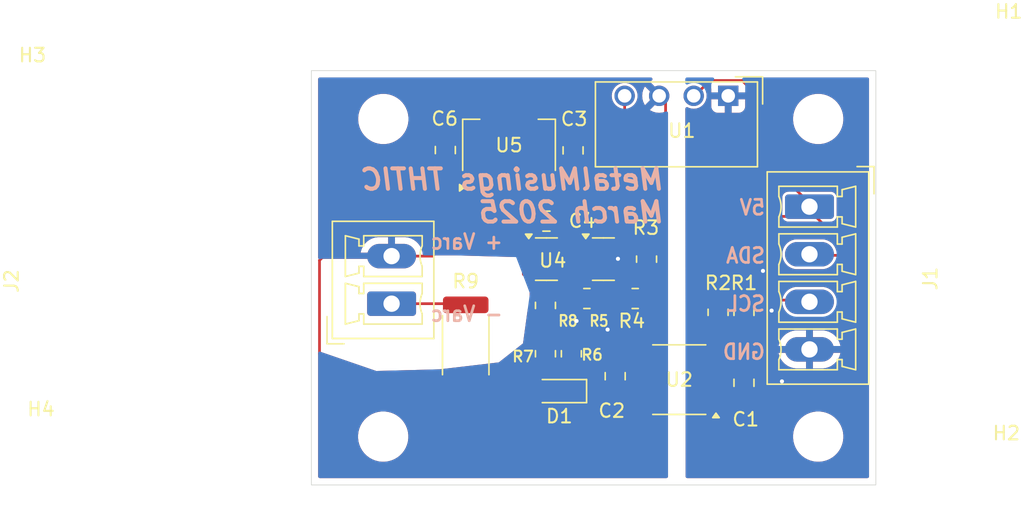
<source format=kicad_pcb>
(kicad_pcb (version 20240108) (generator "pcbnew") (generator_version "8.0")
  (title_block (comment 4 "AISLER Project ID: TCOKWDCI"))
  (layers (0 "F.Cu" signal) (31 "B.Cu" signal) (34 "B.Paste" user) (35 "F.Paste" user) (36 "B.SilkS" user "B.Silkscreen") (37 "F.SilkS" user "F.Silkscreen") (38 "B.Mask" user) (39 "F.Mask" user) (44 "Edge.Cuts" user))
  (net 0 "")
  (net 1 "GND")
  (net 2 "5V")
  (net 3 "GND_ISO")
  (net 4 "Net-(U1-+Vout)")
  (net 5 "VCC_ISO")
  (net 6 "Net-(J1-Pin_2)")
  (net 7 "Net-(J1-Pin_3)")
  (net 8 "Net-(U2-SDA2)")
  (net 9 "Net-(U2-SCL2)")
  (net 10 "Net-(U3-AIN)")
  (net 11 "Net-(J2-Pin_1)")
  (net 12 "Net-(R5-Pad2)")
  (net 13 "Net-(U4--)")
  (net 14 "Net-(D1-A)")
  (footprint "Package_TO_SOT_SMD:SOT-23-5" (layer "F.Cu") (at 176.221 97.9405)
    (property "Reference" "U3" (hide yes))
    (property "Value" "MCP3221")
    (fp_line (start 0 -1.56) (end -0.8 -1.56) (stroke (width 0.12)) (layer "F.SilkS"))
    (fp_line (start 0 -1.56) (end 0.8 -1.56) (stroke (width 0.12)) (layer "F.SilkS"))
    (fp_line (start 0 1.56) (end -0.8 1.56) (stroke (width 0.12)) (layer "F.SilkS"))
    (fp_line (start 0 1.56) (end 0.8 1.56) (stroke (width 0.12)) (layer "F.SilkS"))
    (fp_poly (pts (xy -1.3 -1.51) (xy -1.54 -1.84) (xy -1.06 -1.84) (xy -1.3 -1.51)) (stroke (width 0.12)) (fill solid) (layer "F.SilkS"))
    (pad "1" smd roundrect (at -1.1375 -0.95) (size 1.325 0.6) (layers "F.Cu" "F.Paste" "F.Mask") (net 5 "VCC_ISO"))
    (pad "2" smd roundrect (at -1.1375 0) (size 1.325 0.6) (layers "F.Cu" "F.Paste" "F.Mask") (net 3 "GND_ISO"))
    (pad "3" smd roundrect (at -1.1375 0.95) (size 1.325 0.6) (layers "F.Cu" "F.Paste" "F.Mask") (net 10 "Net-(U3-AIN)"))
    (pad "4" smd roundrect (at 1.1375 0.95) (size 1.325 0.6) (layers "F.Cu" "F.Paste" "F.Mask") (net 8 "Net-(U2-SDA2)"))
    (pad "5" smd roundrect (at 1.1375 -0.95) (size 1.325 0.6) (layers "F.Cu" "F.Paste" "F.Mask") (net 9 "Net-(U2-SCL2)"))
  )
  (footprint "Package_TO_SOT_SMD:SOT-23-5" (layer "F.Cu") (at 172.03 97.9405)
    (property "Reference" "U4" (at 0.4595 0.1035 0) (layer "F.SilkS"))
    (property "Value" "LMV321")
    (fp_line (start 0 -1.56) (end -0.8 -1.56) (stroke (width 0.12)) (layer "F.SilkS"))
    (fp_line (start 0 -1.56) (end 0.8 -1.56) (stroke (width 0.12)) (layer "F.SilkS"))
    (fp_line (start 0 1.56) (end -0.8 1.56) (stroke (width 0.12)) (layer "F.SilkS"))
    (fp_line (start 0 1.56) (end 0.8 1.56) (stroke (width 0.12)) (layer "F.SilkS"))
    (fp_poly (pts (xy -1.3 -1.51) (xy -1.54 -1.84) (xy -1.06 -1.84) (xy -1.3 -1.51)) (stroke (width 0.12)) (fill solid) (layer "F.SilkS"))
    (pad "1" smd roundrect (at -1.1375 -0.95) (size 1.325 0.6) (layers "F.Cu" "F.Paste" "F.Mask") (net 3 "GND_ISO"))
    (pad "2" smd roundrect (at -1.1375 0) (size 1.325 0.6) (layers "F.Cu" "F.Paste" "F.Mask") (net 3 "GND_ISO"))
    (pad "3" smd roundrect (at -1.1375 0.95) (size 1.325 0.6) (layers "F.Cu" "F.Paste" "F.Mask") (net 13 "Net-(U4--)"))
    (pad "4" smd roundrect (at 1.1375 0.95) (size 1.325 0.6) (layers "F.Cu" "F.Paste" "F.Mask") (net 12 "Net-(R5-Pad2)"))
    (pad "5" smd roundrect (at 1.1375 -0.95) (size 1.325 0.6) (layers "F.Cu" "F.Paste" "F.Mask") (net 5 "VCC_ISO"))
  )
  (footprint "MountingHole:MountingHole_3.2mm_M3" (layer "F.Cu") (at 192.024 87.63)
    (property "Reference" "H1" (at 14.0185 -7.9055 0) (layer "F.SilkS"))
    (property "Value" "MountingHole")
    (pad "" np_thru_hole circle (at 0 0) (size 3.2 3.2) (drill 3.2) (layers "*.Cu" "*.Mask"))
  )
  (footprint "Resistor_SMD:R_0805_2012Metric" (layer "F.Cu") (at 186.563 101.854 -90)
    (property "Reference" "R1" (at -2.159 0 180) (layer "F.SilkS"))
    (property "Value" "2k2")
    (fp_line (start -0.227064 0.735) (end 0.227064 0.735) (stroke (width 0.12)) (layer "F.SilkS"))
    (fp_line (start -0.227064 -0.735) (end 0.227064 -0.735) (stroke (width 0.12)) (layer "F.SilkS"))
    (pad "1" smd roundrect (at -0.9125 0 270) (size 1.025 1.4) (layers "F.Cu" "F.Paste" "F.Mask") (roundrect_rratio 0.243902) (net 2 "5V"))
    (pad "2" smd roundrect (at 0.9125 0 270) (size 1.025 1.4) (layers "F.Cu" "F.Paste" "F.Mask") (roundrect_rratio 0.243902) (net 6 "Net-(J1-Pin_2)"))
  )
  (footprint "Diode_SMD:D_SOD-323_HandSoldering" (layer "F.Cu") (at 172.974 107.649 180)
    (property "Reference" "D1" (at 0 -1.85 180) (layer "F.SilkS"))
    (property "Value" "5.1V Zener")
    (fp_line (start -2.01 0.85) (end 1.25 0.85) (stroke (width 0.12)) (layer "F.SilkS"))
    (fp_line (start -2.01 -0.85) (end 1.25 -0.85) (stroke (width 0.12)) (layer "F.SilkS"))
    (fp_line (start -2.01 -0.85) (end -2.01 0.85) (stroke (width 0.12)) (layer "F.SilkS"))
    (pad "1" smd roundrect (at -1.25 0 180) (size 1 1) (layers "F.Cu" "F.Paste" "F.Mask") (net 3 "GND_ISO"))
    (pad "2" smd roundrect (at 1.25 0 180) (size 1 1) (layers "F.Cu" "F.Paste" "F.Mask") (net 14 "Net-(D1-A)"))
  )
  (footprint "Capacitor_SMD:C_0805_2012Metric" (layer "F.Cu") (at 177.0888 106.553 90)
    (property "Reference" "C2" (at -2.54 -0.254 180) (layer "F.SilkS"))
    (property "Value" "100nF")
    (fp_line (start -0.261252 -0.735) (end 0.261252 -0.735) (stroke (width 0.12)) (layer "F.SilkS"))
    (fp_line (start -0.261252 0.735) (end 0.261252 0.735) (stroke (width 0.12)) (layer "F.SilkS"))
    (pad "1" smd roundrect (at -0.95 0 90) (size 1 1.45) (layers "F.Cu" "F.Paste" "F.Mask") (net 5 "VCC_ISO"))
    (pad "2" smd roundrect (at 0.95 0 90) (size 1 1.45) (layers "F.Cu" "F.Paste" "F.Mask") (net 3 "GND_ISO"))
  )
  (footprint "Capacitor_SMD:C_0805_2012Metric" (layer "F.Cu") (at 172.03 95.1465 180)
    (property "Reference" "C4" (at -2.6185 0.0235 180) (layer "F.SilkS"))
    (property "Value" "100nF")
    (fp_line (start -0.261252 0.735) (end 0.261252 0.735) (stroke (width 0.12)) (layer "F.SilkS"))
    (fp_line (start -0.261252 -0.735) (end 0.261252 -0.735) (stroke (width 0.12)) (layer "F.SilkS"))
    (pad "1" smd roundrect (at -0.95 0 180) (size 1 1.45) (layers "F.Cu" "F.Paste" "F.Mask") (net 5 "VCC_ISO"))
    (pad "2" smd roundrect (at 0.95 0 180) (size 1 1.45) (layers "F.Cu" "F.Paste" "F.Mask") (net 3 "GND_ISO"))
  )
  (footprint "MountingHole:MountingHole_3.2mm_M3" (layer "F.Cu") (at 160.03 87.63)
    (property "Reference" "H3" (at -25.81 -4.694 0) (layer "F.SilkS"))
    (property "Value" "MountingHole")
    (pad "" np_thru_hole circle (at 0 0) (size 3.2 3.2) (drill 3.2) (layers "*.Cu" "*.Mask"))
  )
  (footprint "Resistor_SMD:R_0805_2012Metric" (layer "F.Cu") (at 175.006 100.838 180)
    (property "Reference" "R5" (at -0.889 -1.651 0) (layer "F.SilkS") (effects (font (size 0.8 0.7))))
    (property "Value" "47")
    (fp_line (start -0.227064 0.735) (end 0.227064 0.735) (stroke (width 0.12)) (layer "F.SilkS"))
    (fp_line (start -0.227064 -0.735) (end 0.227064 -0.735) (stroke (width 0.12)) (layer "F.SilkS"))
    (pad "1" smd roundrect (at -0.9125 0 180) (size 1.025 1.4) (layers "F.Cu" "F.Paste" "F.Mask") (roundrect_rratio 0.243902) (net 10 "Net-(U3-AIN)"))
    (pad "2" smd roundrect (at 0.9125 0 180) (size 1.025 1.4) (layers "F.Cu" "F.Paste" "F.Mask") (roundrect_rratio 0.243902) (net 12 "Net-(R5-Pad2)"))
  )
  (footprint "Resistor_SMD:R_0805_2012Metric" (layer "F.Cu") (at 171.958 101.346 -90)
    (property "Reference" "R8" (at 1.143 -1.651 180) (layer "F.SilkS") (effects (font (size 0.8 0.7))))
    (property "Value" "100k")
    (fp_line (start -0.227064 0.735) (end 0.227064 0.735) (stroke (width 0.12)) (layer "F.SilkS"))
    (fp_line (start -0.227064 -0.735) (end 0.227064 -0.735) (stroke (width 0.12)) (layer "F.SilkS"))
    (pad "1" smd roundrect (at -0.9125 0 270) (size 1.025 1.4) (layers "F.Cu" "F.Paste" "F.Mask") (roundrect_rratio 0.243902) (net 12 "Net-(R5-Pad2)"))
    (pad "2" smd roundrect (at 0.9125 0 270) (size 1.025 1.4) (layers "F.Cu" "F.Paste" "F.Mask") (roundrect_rratio 0.243902) (net 13 "Net-(U4--)"))
  )
  (footprint "Resistor_SMD:R_0805_2012Metric" (layer "F.Cu") (at 179.396 97.9405 90)
    (property "Reference" "R3" (at 2.3095 -0.0485 180) (layer "F.SilkS"))
    (property "Value" "2k2")
    (fp_line (start -0.227064 -0.735) (end 0.227064 -0.735) (stroke (width 0.12)) (layer "F.SilkS"))
    (fp_line (start -0.227064 0.735) (end 0.227064 0.735) (stroke (width 0.12)) (layer "F.SilkS"))
    (pad "1" smd roundrect (at -0.9125 0 90) (size 1.025 1.4) (layers "F.Cu" "F.Paste" "F.Mask") (roundrect_rratio 0.243902) (net 5 "VCC_ISO"))
    (pad "2" smd roundrect (at 0.9125 0 90) (size 1.025 1.4) (layers "F.Cu" "F.Paste" "F.Mask") (roundrect_rratio 0.243902) (net 9 "Net-(U2-SCL2)"))
  )
  (footprint "Package_SO:SOIC-8_3.9x4.9mm_P1.27mm" (layer "F.Cu") (at 181.802 106.807 180)
    (property "Reference" "U2" (at 0 0 0) (layer "F.SilkS"))
    (property "Value" "ISO1540")
    (fp_line (start 0 2.56) (end 1.95 2.56) (stroke (width 0.12)) (layer "F.SilkS"))
    (fp_line (start 0 2.56) (end -1.95 2.56) (stroke (width 0.12)) (layer "F.SilkS"))
    (fp_line (start 0 -2.56) (end 1.95 -2.56) (stroke (width 0.12)) (layer "F.SilkS"))
    (fp_line (start 0 -2.56) (end -1.95 -2.56) (stroke (width 0.12)) (layer "F.SilkS"))
    (fp_poly (pts (xy -2.7 -2.465) (xy -2.94 -2.795) (xy -2.46 -2.795) (xy -2.7 -2.465)) (stroke (width 0.12)) (fill solid) (layer "F.SilkS"))
    (pad "1" smd roundrect (at -2.475 -1.905 180) (size 1.95 0.6) (layers "F.Cu" "F.Paste" "F.Mask") (net 2 "5V"))
    (pad "2" smd roundrect (at -2.475 -0.635 180) (size 1.95 0.6) (layers "F.Cu" "F.Paste" "F.Mask") (net 6 "Net-(J1-Pin_2)"))
    (pad "3" smd roundrect (at -2.475 0.635 180) (size 1.95 0.6) (layers "F.Cu" "F.Paste" "F.Mask") (net 7 "Net-(J1-Pin_3)"))
    (pad "4" smd roundrect (at -2.475 1.905 180) (size 1.95 0.6) (layers "F.Cu" "F.Paste" "F.Mask") (net 1 "GND"))
    (pad "5" smd roundrect (at 2.475 1.905 180) (size 1.95 0.6) (layers "F.Cu" "F.Paste" "F.Mask") (net 3 "GND_ISO"))
    (pad "6" smd roundrect (at 2.475 0.635 180) (size 1.95 0.6) (layers "F.Cu" "F.Paste" "F.Mask") (net 9 "Net-(U2-SCL2)"))
    (pad "7" smd roundrect (at 2.475 -0.635 180) (size 1.95 0.6) (layers "F.Cu" "F.Paste" "F.Mask") (net 8 "Net-(U2-SDA2)"))
    (pad "8" smd roundrect (at 2.475 -1.905 180) (size 1.95 0.6) (layers "F.Cu" "F.Paste" "F.Mask") (net 5 "VCC_ISO"))
  )
  (footprint "MountingHole:MountingHole_3.2mm_M3" (layer "F.Cu") (at 160.02 110.998)
    (property "Reference" "H4" (at -25.175 -2.018 0) (layer "F.SilkS"))
    (property "Value" "MountingHole")
    (pad "" np_thru_hole circle (at 0 0) (size 3.2 3.2) (drill 3.2) (layers "*.Cu" "*.Mask"))
  )
  (footprint "Resistor_SMD:R_2512_6332Metric" (layer "F.Cu") (at 166.0915 104.267 -90)
    (property "Reference" "R9" (at -4.699 0 360) (layer "F.SilkS"))
    (property "Value" "100k")
    (fp_line (start -2.177064 1.71) (end 2.177064 1.71) (stroke (width 0.12)) (layer "F.SilkS"))
    (fp_line (start -2.177064 -1.71) (end 2.177064 -1.71) (stroke (width 0.12)) (layer "F.SilkS"))
    (pad "1" smd roundrect (at -2.9625 0 270) (size 1.225 3.35) (layers "F.Cu" "F.Paste" "F.Mask") (roundrect_rratio 0.204082) (net 11 "Net-(J2-Pin_1)"))
    (pad "2" smd roundrect (at 2.9625 0 270) (size 1.225 3.35) (layers "F.Cu" "F.Paste" "F.Mask") (roundrect_rratio 0.204082) (net 14 "Net-(D1-A)"))
  )
  (footprint "Connector_Phoenix_MC:PhoenixContact_MCV_1,5_2-G-3.5_1x02_P3.50mm_Vertical" (layer "F.Cu") (at 160.638 101.219 90)
    (property "Reference" "J2" (at 1.6625 -27.9615 90) (layer "F.SilkS"))
    (property "Value" "Plasma 200V")
    (fp_line (start -2.95 -4.75) (end -0.95 -4.75) (stroke (width 0.12)) (layer "F.SilkS"))
    (fp_line (start 6.06 -4.36) (end -2.56 -4.36) (stroke (width 0.12)) (layer "F.SilkS"))
    (fp_line (start -2.56 -4.36) (end -2.56 3.11) (stroke (width 0.12)) (layer "F.SilkS"))
    (fp_line (start -2.95 -3.5) (end -2.95 -4.75) (stroke (width 0.12)) (layer "F.SilkS"))
    (fp_line (start 5 -3.4) (end 4.75 -2.4) (stroke (width 0.12)) (layer "F.SilkS"))
    (fp_line (start 2 -3.4) (end 5 -3.4) (stroke (width 0.12)) (layer "F.SilkS"))
    (fp_line (start 1.5 -3.4) (end 1.25 -2.4) (stroke (width 0.12)) (layer "F.SilkS"))
    (fp_line (start -1.5 -3.4) (end 1.5 -3.4) (stroke (width 0.12)) (layer "F.SilkS"))
    (fp_line (start 4.75 -2.4) (end 4.25 -2.4) (stroke (width 0.12)) (layer "F.SilkS"))
    (fp_line (start 4.25 -2.4) (end 4.25 -2.05) (stroke (width 0.12)) (layer "F.SilkS"))
    (fp_line (start 2.75 -2.4) (end 2.25 -2.4) (stroke (width 0.12)) (layer "F.SilkS"))
    (fp_line (start 2.25 -2.4) (end 2 -3.4) (stroke (width 0.12)) (layer "F.SilkS"))
    (fp_line (start 1.25 -2.4) (end 0.75 -2.4) (stroke (width 0.12)) (layer "F.SilkS"))
    (fp_line (start 0.75 -2.4) (end 0.75 -2.05) (stroke (width 0.12)) (layer "F.SilkS"))
    (fp_line (start -0.75 -2.4) (end -1.25 -2.4) (stroke (width 0.12)) (layer "F.SilkS"))
    (fp_line (start -1.25 -2.4) (end -1.5 -3.4) (stroke (width 0.12)) (layer "F.SilkS"))
    (fp_line (start 5 -2.05) (end 5 2.25) (stroke (width 0.12)) (layer "F.SilkS"))
    (fp_line (start 4.25 -2.05) (end 5 -2.05) (stroke (width 0.12)) (layer "F.SilkS"))
    (fp_line (start 2.75 -2.05) (end 2.75 -2.4) (stroke (width 0.12)) (layer "F.SilkS"))
    (fp_line (start 2 -2.05) (end 2.75 -2.05) (stroke (width 0.12)) (layer "F.SilkS"))
    (fp_line (start 1.5 -2.05) (end 1.5 2.25) (stroke (width 0.12)) (layer "F.SilkS"))
    (fp_line (start 0.75 -2.05) (end 1.5 -2.05) (stroke (width 0.12)) (layer "F.SilkS"))
    (fp_line (start -0.75 -2.05) (end -0.75 -2.4) (stroke (width 0.12)) (layer "F.SilkS"))
    (fp_line (start -1.5 -2.05) (end -0.75 -2.05) (stroke (width 0.12)) (layer "F.SilkS"))
    (fp_line (start 5 2.25) (end 4.25 2.25) (stroke (width 0.12)) (layer "F.SilkS"))
    (fp_line (start 2.75 2.25) (end 2 2.25) (stroke (width 0.12)) (layer "F.SilkS"))
    (fp_line (start 2 2.25) (end 2 -2.05) (stroke (width 0.12)) (layer "F.SilkS"))
    (fp_line (start 1.5 2.25) (end 0.75 2.25) (stroke (width 0.12)) (layer "F.SilkS"))
    (fp_line (start -0.75 2.25) (end -1.5 2.25) (stroke (width 0.12)) (layer "F.SilkS"))
    (fp_line (start -1.5 2.25) (end -1.5 -2.05) (stroke (width 0.12)) (layer "F.SilkS"))
    (fp_line (start 6.06 3.11) (end 6.06 -4.36) (stroke (width 0.12)) (layer "F.SilkS"))
    (fp_line (start -2.56 3.11) (end 6.06 3.11) (stroke (width 0.12)) (layer "F.SilkS"))
    (fp_arc (start 2.75 2.25) (mid 3.499807 2.09191) (end 4.249647 2.249844) (stroke (width 0.12)) (layer "F.SilkS"))
    (fp_arc (start -0.75 2.25) (mid -0.000193 2.09191) (end 0.749647 2.249844) (stroke (width 0.12)) (layer "F.SilkS"))
    (pad "1" thru_hole roundrect (at 0 0 90) (size 1.8 3.6) (drill 1.2) (layers "*.Cu" "*.Mask") (roundrect_rratio 0.138889) (net 11 "Net-(J2-Pin_1)"))
    (pad "2" thru_hole oval (at 3.5 0 90) (size 1.8 3.6) (drill 1.2) (layers "*.Cu" "*.Mask") (net 3 "GND_ISO"))
  )
  (footprint "Capacitor_SMD:C_0805_2012Metric" (layer "F.Cu") (at 164.592 89.916 -90)
    (property "Reference" "C6" (at -2.3095 0.0485 180) (layer "F.SilkS"))
    (property "Value" "10uF")
    (fp_line (start -0.261252 0.735) (end 0.261252 0.735) (stroke (width 0.12)) (layer "F.SilkS"))
    (fp_line (start -0.261252 -0.735) (end 0.261252 -0.735) (stroke (width 0.12)) (layer "F.SilkS"))
    (pad "1" smd roundrect (at -0.95 0 270) (size 1 1.45) (layers "F.Cu" "F.Paste" "F.Mask") (net 5 "VCC_ISO"))
    (pad "2" smd roundrect (at 0.95 0 270) (size 1 1.45) (layers "F.Cu" "F.Paste" "F.Mask") (net 3 "GND_ISO"))
  )
  (footprint "Capacitor_SMD:C_0805_2012Metric" (layer "F.Cu") (at 186.563 107.0375 90)
    (property "Reference" "C1" (at -2.6905 0.127 180) (layer "F.SilkS"))
    (property "Value" "100nF")
    (fp_line (start -0.261252 -0.735) (end 0.261252 -0.735) (stroke (width 0.12)) (layer "F.SilkS"))
    (fp_line (start -0.261252 0.735) (end 0.261252 0.735) (stroke (width 0.12)) (layer "F.SilkS"))
    (pad "1" smd roundrect (at -0.95 0 90) (size 1 1.45) (layers "F.Cu" "F.Paste" "F.Mask") (net 2 "5V"))
    (pad "2" smd roundrect (at 0.95 0 90) (size 1 1.45) (layers "F.Cu" "F.Paste" "F.Mask") (net 1 "GND"))
  )
  (footprint "Capacitor_SMD:C_0805_2012Metric" (layer "F.Cu") (at 173.99 89.941 90)
    (property "Reference" "C3" (at 2.3095 0.0785 180) (layer "F.SilkS"))
    (property "Value" "10uF")
    (fp_line (start -0.261252 -0.735) (end 0.261252 -0.735) (stroke (width 0.12)) (layer "F.SilkS"))
    (fp_line (start -0.261252 0.735) (end 0.261252 0.735) (stroke (width 0.12)) (layer "F.SilkS"))
    (pad "1" smd roundrect (at -0.95 0 90) (size 1 1.45) (layers "F.Cu" "F.Paste" "F.Mask") (net 4 "Net-(U1-+Vout)"))
    (pad "2" smd roundrect (at 0.95 0 90) (size 1 1.45) (layers "F.Cu" "F.Paste" "F.Mask") (net 3 "GND_ISO"))
  )
  (footprint "MountingHole:MountingHole_3.2mm_M3" (layer "F.Cu") (at 192.024 110.998)
    (property "Reference" "H2" (at 13.843 -0.254 0) (layer "F.SilkS"))
    (property "Value" "MountingHole")
    (pad "" np_thru_hole circle (at 0 0) (size 3.2 3.2) (drill 3.2) (layers "*.Cu" "*.Mask"))
  )
  (footprint "Package_TO_SOT_SMD:SOT-223-3_TabPin2" (layer "F.Cu") (at 169.277 89.56 90)
    (property "Reference" "U5" (at 0 0 0) (layer "F.SilkS"))
    (property "Value" "AMS1117-5")
    (fp_line (start 1.91 -3.41) (end 1.91 -2.15) (stroke (width 0.12)) (layer "F.SilkS"))
    (fp_line (start -1.85 -3.41) (end 1.91 -3.41) (stroke (width 0.12)) (layer "F.SilkS"))
    (fp_line (start 1.91 3.41) (end 1.91 2.15) (stroke (width 0.12)) (layer "F.SilkS"))
    (fp_line (start -1.85 3.41) (end 1.91 3.41) (stroke (width 0.12)) (layer "F.SilkS"))
    (fp_poly (pts (xy -3.13 -3.31) (xy -3.37 -3.64) (xy -2.89 -3.64) (xy -3.13 -3.31)) (stroke (width 0.12)) (fill solid) (layer "F.SilkS"))
    (pad "1" smd roundrect (at -3.15 -2.3 90) (size 2 1.5) (layers "F.Cu" "F.Paste" "F.Mask") (net 3 "GND_ISO"))
    (pad "2" smd roundrect (at -3.15 0 90) (size 2 1.5) (layers "F.Cu" "F.Paste" "F.Mask") (net 5 "VCC_ISO"))
    (pad "2" smd roundrect (at 3.15 0 90) (size 2 3.8) (layers "F.Cu" "F.Paste" "F.Mask") (net 5 "VCC_ISO"))
    (pad "3" smd roundrect (at -3.15 2.3 90) (size 2 1.5) (layers "F.Cu" "F.Paste" "F.Mask") (net 4 "Net-(U1-+Vout)"))
  )
  (footprint "Resistor_SMD:R_0805_2012Metric" (layer "F.Cu") (at 171.958 104.902 90)
    (property "Reference" "R7" (at -0.207 -1.651 180) (layer "F.SilkS") (effects (font (size 0.8 0.8))))
    (property "Value" "2k7")
    (fp_line (start -0.227064 -0.735) (end 0.227064 -0.735) (stroke (width 0.12)) (layer "F.SilkS"))
    (fp_line (start -0.227064 0.735) (end 0.227064 0.735) (stroke (width 0.12)) (layer "F.SilkS"))
    (pad "1" smd roundrect (at -0.9125 0 90) (size 1.025 1.4) (layers "F.Cu" "F.Paste" "F.Mask") (roundrect_rratio 0.243902) (net 14 "Net-(D1-A)"))
    (pad "2" smd roundrect (at 0.9125 0 90) (size 1.025 1.4) (layers "F.Cu" "F.Paste" "F.Mask") (roundrect_rratio 0.243902) (net 3 "GND_ISO"))
  )
  (footprint "Resistor_SMD:R_0805_2012Metric" (layer "F.Cu") (at 178.562 100.838 180)
    (property "Reference" "R4" (at 0.254 -1.651 0) (layer "F.SilkS"))
    (property "Value" "2k2")
    (fp_line (start -0.227064 0.735) (end 0.227064 0.735) (stroke (width 0.12)) (layer "F.SilkS"))
    (fp_line (start -0.227064 -0.735) (end 0.227064 -0.735) (stroke (width 0.12)) (layer "F.SilkS"))
    (pad "1" smd roundrect (at -0.9125 0 180) (size 1.025 1.4) (layers "F.Cu" "F.Paste" "F.Mask") (roundrect_rratio 0.243902) (net 5 "VCC_ISO"))
    (pad "2" smd roundrect (at 0.9125 0 180) (size 1.025 1.4) (layers "F.Cu" "F.Paste" "F.Mask") (roundrect_rratio 0.243902) (net 8 "Net-(U2-SDA2)"))
  )
  (footprint "Converter_DCDC:Converter_DCDC_TRACO_TEA1-xxxx_THT" (layer "F.Cu") (at 185.4045 85.9265 -90)
    (property "Reference" "U1" (at 2.569 3.4135 0) (layer "F.SilkS"))
    (property "Value" "B0509S-1WR3")
    (fp_line (start -1.02 9.77) (end 5.22 9.77) (stroke (width 0.12)) (layer "F.SilkS"))
    (fp_line (start -1.4 -0.53) (end -1.4 -2.53) (stroke (width 0.12)) (layer "F.SilkS"))
    (fp_line (start -1.02 -2.15) (end -1.02 9.77) (stroke (width 0.12)) (layer "F.SilkS"))
    (fp_line (start -1.02 -2.15) (end 5.22 -2.15) (stroke (width 0.12)) (layer "F.SilkS"))
    (fp_line (start 5.22 -2.15) (end 5.22 9.77) (stroke (width 0.12)) (layer "F.SilkS"))
    (fp_line (start -1.4 -2.53) (end 0.6 -2.53) (stroke (width 0.12)) (layer "F.SilkS"))
    (pad "1" thru_hole rect (at 0 0 270) (size 1.5 1.5) (drill 1) (layers "*.Cu" "*.Mask") (net 1 "GND"))
    (pad "2" thru_hole circle (at 0 2.54 270) (size 1.5 1.5) (drill 1) (layers "*.Cu" "*.Mask") (net 2 "5V"))
    (pad "3" thru_hole circle (at 0 5.08 270) (size 1.5 1.5) (drill 1) (layers "*.Cu" "*.Mask") (net 3 "GND_ISO"))
    (pad "4" thru_hole circle (at 0 7.62 270) (size 1.5 1.5) (drill 1) (layers "*.Cu" "*.Mask") (net 4 "Net-(U1-+Vout)"))
  )
  (footprint "Resistor_SMD:R_0805_2012Metric" (layer "F.Cu") (at 184.658 101.854 -90)
    (property "Reference" "R2" (at -2.159 0 180) (layer "F.SilkS"))
    (property "Value" "2k2")
    (fp_line (start -0.227064 0.735) (end 0.227064 0.735) (stroke (width 0.12)) (layer "F.SilkS"))
    (fp_line (start -0.227064 -0.735) (end 0.227064 -0.735) (stroke (width 0.12)) (layer "F.SilkS"))
    (pad "1" smd roundrect (at -0.9125 0 270) (size 1.025 1.4) (layers "F.Cu" "F.Paste" "F.Mask") (roundrect_rratio 0.243902) (net 2 "5V"))
    (pad "2" smd roundrect (at 0.9125 0 270) (size 1.025 1.4) (layers "F.Cu" "F.Paste" "F.Mask") (roundrect_rratio 0.243902) (net 7 "Net-(J1-Pin_3)"))
  )
  (footprint "Connector_Phoenix_MC:PhoenixContact_MCV_1,5_4-G-3.5_1x04_P3.50mm_Vertical" (layer "F.Cu") (at 191.3815 94.0815 -90)
    (property "Reference" "J1" (at 5.293 -8.89 90) (layer "F.SilkS"))
    (property "Value" "Conn_01x04_Pin")
    (fp_line (start -2.56 3.11) (end 13.06 3.11) (stroke (width 0.12)) (layer "F.SilkS"))
    (fp_line (start 13.06 3.11) (end 13.06 -4.36) (stroke (width 0.12)) (layer "F.SilkS"))
    (fp_line (start -1.5 2.25) (end -1.5 -2.05) (stroke (width 0.12)) (layer "F.SilkS"))
    (fp_line (start -0.75 2.25) (end -1.5 2.25) (stroke (width 0.12)) (layer "F.SilkS"))
    (fp_line (start 1.5 2.25) (end 0.75 2.25) (stroke (width 0.12)) (layer "F.SilkS"))
    (fp_line (start 2 2.25) (end 2 -2.05) (stroke (width 0.12)) (layer "F.SilkS"))
    (fp_line (start 2.75 2.25) (end 2 2.25) (stroke (width 0.12)) (layer "F.SilkS"))
    (fp_line (start 5 2.25) (end 4.25 2.25) (stroke (width 0.12)) (layer "F.SilkS"))
    (fp_line (start 5.5 2.25) (end 5.5 -2.05) (stroke (width 0.12)) (layer "F.SilkS"))
    (fp_line (start 6.25 2.25) (end 5.5 2.25) (stroke (width 0.12)) (layer "F.SilkS"))
    (fp_line (start 8.5 2.25) (end 7.75 2.25) (stroke (width 0.12)) (layer "F.SilkS"))
    (fp_line (start 9 2.25) (end 9 -2.05) (stroke (width 0.12)) (layer "F.SilkS"))
    (fp_line (start 9.75 2.25) (end 9 2.25) (stroke (width 0.12)) (layer "F.SilkS"))
    (fp_line (start 12 2.25) (end 11.25 2.25) (stroke (width 0.12)) (layer "F.SilkS"))
    (fp_line (start -1.5 -2.05) (end -0.75 -2.05) (stroke (width 0.12)) (layer "F.SilkS"))
    (fp_line (start -0.75 -2.05) (end -0.75 -2.4) (stroke (width 0.12)) (layer "F.SilkS"))
    (fp_line (start 0.75 -2.05) (end 1.5 -2.05) (stroke (width 0.12)) (layer "F.SilkS"))
    (fp_line (start 1.5 -2.05) (end 1.5 2.25) (stroke (width 0.12)) (layer "F.SilkS"))
    (fp_line (start 2 -2.05) (end 2.75 -2.05) (stroke (width 0.12)) (layer "F.SilkS"))
    (fp_line (start 2.75 -2.05) (end 2.75 -2.4) (stroke (width 0.12)) (layer "F.SilkS"))
    (fp_line (start 4.25 -2.05) (end 5 -2.05) (stroke (width 0.12)) (layer "F.SilkS"))
    (fp_line (start 5 -2.05) (end 5 2.25) (stroke (width 0.12)) (layer "F.SilkS"))
    (fp_line (start 5.5 -2.05) (end 6.25 -2.05) (stroke (width 0.12)) (layer "F.SilkS"))
    (fp_line (start 6.25 -2.05) (end 6.25 -2.4) (stroke (width 0.12)) (layer "F.SilkS"))
    (fp_line (start 7.75 -2.05) (end 8.5 -2.05) (stroke (width 0.12)) (layer "F.SilkS"))
    (fp_line (start 8.5 -2.05) (end 8.5 2.25) (stroke (width 0.12)) (layer "F.SilkS"))
    (fp_line (start 9 -2.05) (end 9.75 -2.05) (stroke (width 0.12)) (layer "F.SilkS"))
    (fp_line (start 9.75 -2.05) (end 9.75 -2.4) (stroke (width 0.12)) (layer "F.SilkS"))
    (fp_line (start 11.25 -2.05) (end 12 -2.05) (stroke (width 0.12)) (layer "F.SilkS"))
    (fp_line (start 12 -2.05) (end 12 2.25) (stroke (width 0.12)) (layer "F.SilkS"))
    (fp_line (start -1.25 -2.4) (end -1.5 -3.4) (stroke (width 0.12)) (layer "F.SilkS"))
    (fp_line (start -0.75 -2.4) (end -1.25 -2.4) (stroke (width 0.12)) (layer "F.SilkS"))
    (fp_line (start 0.75 -2.4) (end 0.75 -2.05) (stroke (width 0.12)) (layer "F.SilkS"))
    (fp_line (start 1.25 -2.4) (end 0.75 -2.4) (stroke (width 0.12)) (layer "F.SilkS"))
    (fp_line (start 2.25 -2.4) (end 2 -3.4) (stroke (width 0.12)) (layer "F.SilkS"))
    (fp_line (start 2.75 -2.4) (end 2.25 -2.4) (stroke (width 0.12)) (layer "F.SilkS"))
    (fp_line (start 4.25 -2.4) (end 4.25 -2.05) (stroke (width 0.12)) (layer "F.SilkS"))
    (fp_line (start 4.75 -2.4) (end 4.25 -2.4) (stroke (width 0.12)) (layer "F.SilkS"))
    (fp_line (start 5.75 -2.4) (end 5.5 -3.4) (stroke (width 0.12)) (layer "F.SilkS"))
    (fp_line (start 6.25 -2.4) (end 5.75 -2.4) (stroke (width 0.12)) (layer "F.SilkS"))
    (fp_line (start 7.75 -2.4) (end 7.75 -2.05) (stroke (width 0.12)) (layer "F.SilkS"))
    (fp_line (start 8.25 -2.4) (end 7.75 -2.4) (stroke (width 0.12)) (layer "F.SilkS"))
    (fp_line (start 9.25 -2.4) (end 9 -3.4) (stroke (width 0.12)) (layer "F.SilkS"))
    (fp_line (start 9.75 -2.4) (end 9.25 -2.4) (stroke (width 0.12)) (layer "F.SilkS"))
    (fp_line (start 11.25 -2.4) (end 11.25 -2.05) (stroke (width 0.12)) (layer "F.SilkS"))
    (fp_line (start 11.75 -2.4) (end 11.25 -2.4) (stroke (width 0.12)) (layer "F.SilkS"))
    (fp_line (start -1.5 -3.4) (end 1.5 -3.4) (stroke (width 0.12)) (layer "F.SilkS"))
    (fp_line (start 1.5 -3.4) (end 1.25 -2.4) (stroke (width 0.12)) (layer "F.SilkS"))
    (fp_line (start 2 -3.4) (end 5 -3.4) (stroke (width 0.12)) (layer "F.SilkS"))
    (fp_line (start 5 -3.4) (end 4.75 -2.4) (stroke (width 0.12)) (layer "F.SilkS"))
    (fp_line (start 5.5 -3.4) (end 8.5 -3.4) (stroke (width 0.12)) (layer "F.SilkS"))
    (fp_line (start 8.5 -3.4) (end 8.25 -2.4) (stroke (width 0.12)) (layer "F.SilkS"))
    (fp_line (start 9 -3.4) (end 12 -3.4) (stroke (width 0.12)) (layer "F.SilkS"))
    (fp_line (start 12 -3.4) (end 11.75 -2.4) (stroke (width 0.12)) (layer "F.SilkS"))
    (fp_line (start -2.95 -3.5) (end -2.95 -4.75) (stroke (width 0.12)) (layer "F.SilkS"))
    (fp_line (start -2.56 -4.36) (end -2.56 3.11) (stroke (width 0.12)) (layer "F.SilkS"))
    (fp_line (start 13.06 -4.36) (end -2.56 -4.36) (stroke (width 0.12)) (layer "F.SilkS"))
    (fp_line (start -2.95 -4.75) (end -0.95 -4.75) (stroke (width 0.12)) (layer "F.SilkS"))
    (fp_arc (start -0.75 2.25) (mid -0.000193 2.09191) (end 0.749647 2.249844) (stroke (width 0.12)) (layer "F.SilkS"))
    (fp_arc (start 2.75 2.25) (mid 3.499807 2.09191) (end 4.249647 2.249844) (stroke (width 0.12)) (layer "F.SilkS"))
    (fp_arc (start 6.25 2.25) (mid 6.999807 2.09191) (end 7.749647 2.249844) (stroke (width 0.12)) (layer "F.SilkS"))
    (fp_arc (start 9.75 2.25) (mid 10.499807 2.09191) (end 11.249647 2.249844) (stroke (width 0.12)) (layer "F.SilkS"))
    (pad "1" thru_hole roundrect (at 0 0 270) (size 1.8 3.6) (drill 1.2) (layers "*.Cu" "*.Mask") (roundrect_rratio 0.138889) (net 2 "5V"))
    (pad "2" thru_hole oval (at 3.5 0 270) (size 1.8 3.6) (drill 1.2) (layers "*.Cu" "*.Mask") (net 6 "Net-(J1-Pin_2)"))
    (pad "3" thru_hole oval (at 7 0 270) (size 1.8 3.6) (drill 1.2) (layers "*.Cu" "*.Mask") (net 7 "Net-(J1-Pin_3)"))
    (pad "4" thru_hole oval (at 10.5 0 270) (size 1.8 3.6) (drill 1.2) (layers "*.Cu" "*.Mask") (net 1 "GND"))
  )
  (footprint "Resistor_SMD:R_0805_2012Metric" (layer "F.Cu") (at 173.863 104.902 -90)
    (property "Reference" "R6" (at 0.08 -1.524 0) (layer "F.SilkS") (effects (font (size 0.8 0.8))))
    (property "Value" "100k")
    (fp_line (start -0.227064 0.735) (end 0.227064 0.735) (stroke (width 0.12)) (layer "F.SilkS"))
    (fp_line (start -0.227064 -0.735) (end 0.227064 -0.735) (stroke (width 0.12)) (layer "F.SilkS"))
    (pad "1" smd roundrect (at -0.9125 0 270) (size 1.025 1.4) (layers "F.Cu" "F.Paste" "F.Mask") (roundrect_rratio 0.243902) (net 13 "Net-(U4--)"))
    (pad "2" smd roundrect (at 0.9125 0 270) (size 1.025 1.4) (layers "F.Cu" "F.Paste" "F.Mask") (roundrect_rratio 0.243902) (net 14 "Net-(D1-A)"))
  )
  (gr_rect (start 154.7345 84.074) (end 196.2635 114.554) (stroke (width 0.05)) (fill none) (layer "Edge.Cuts"))
  (gr_text "MetalMusings THTIC\nMarch 2025" (at 180.848 95.377 0) (layer "B.SilkS") (effects (font (size 1.5 1.5) (thickness 0.3) (bold yes) (italic yes)) (justify left bottom mirror)))
  (gr_text "+ Varc\n\n\n- Varc\n" (at 168.91 102.616 0) (layer "B.SilkS") (effects (font (size 1.1 1) (thickness 0.2) (bold yes)) (justify left bottom mirror)))
  (gr_text "5V\n\nSDA\n\nSCL\n\nGND" (at 188.214 105.41 0) (layer "B.SilkS") (effects (font (size 1.1 1) (thickness 0.2) (bold yes)) (justify left bottom mirror)))
  (segment (start 186.436 104.902) (end 186.69 105.156) (width 0.2) (layer "F.Cu") (net 1))
  (segment (start 184.277 104.013) (end 183.515 103.251) (width 0.2) (layer "F.Cu") (net 1))
  (segment (start 185.547 86.9037) (end 185.547 85.852) (width 0.2) (layer "F.Cu") (net 1))
  (segment (start 184.277 104.902) (end 184.277 104.013) (width 0.2) (layer "F.Cu") (net 1))
  (segment (start 183.515 88.9357) (end 185.547 86.9037) (width 0.2) (layer "F.Cu") (net 1))
  (segment (start 186.69 105.156) (end 186.69 106.0875) (width 0.2) (layer "F.Cu") (net 1))
  (segment (start 183.515 103.251) (end 183.515 88.9357) (width 0.2) (layer "F.Cu") (net 1))
  (segment (start 184.277 104.902) (end 186.436 104.902) (width 0.2) (layer "F.Cu") (net 1))
  (via (at 189.357 106.934) (size 0.6) (drill 0.3) (layers "F.Cu" "B.Cu") (net 1))
  (via (at 187.96 98.806) (size 0.6) (drill 0.3) (layers "F.Cu" "B.Cu") (net 1))
  (via (at 188.595 101.727) (size 0.6) (drill 0.3) (layers "F.Cu" "B.Cu") (net 1))
  (segment (start 191.1275 104.5815) (end 189.0365 104.5815) (width 0.2) (layer "B.Cu") (net 1))
  (segment (start 185.547 101.092) (end 185.547 85.852) (width 0.2) (layer "B.Cu") (net 1))
  (segment (start 189.0365 104.5815) (end 185.547 101.092) (width 0.2) (layer "B.Cu") (net 1))
  (segment (start 186.69 107.9875) (end 185.9655 108.712) (width 0.2) (layer "F.Cu") (net 2))
  (segment (start 188.0702 90.5162) (end 188.0702 86.4404) (width 0.2) (layer "F.Cu") (net 2))
  (segment (start 194.31 105.41) (end 191.7325 107.9875) (width 0.2) (layer "F.Cu") (net 2))
  (segment (start 186.563 100.9415) (end 184.658 100.9415) (width 0.2) (layer "F.Cu") (net 2))
  (segment (start 185.9655 108.712) (end 184.277 108.712) (width 0.2) (layer "F.Cu") (net 2))
  (segment (start 191.5573 94.7989) (end 189.3001 94.7989) (width 0.2) (layer "F.Cu") (net 2))
  (segment (start 189.3001 94.7989) (end 186.563 97.536) (width 0.2) (layer "F.Cu") (net 2))
  (segment (start 184.0587 84.8003) (end 183.007 85.852) (width 0.2) (layer "F.Cu") (net 2))
  (segment (start 186.563 97.536) (end 186.563 100.9415) (width 0.2) (layer "F.Cu") (net 2))
  (segment (start 194.31 97.282) (end 194.31 105.41) (width 0.2) (layer "F.Cu") (net 2))
  (segment (start 191.5085 93.9545) (end 188.0702 90.5162) (width 0.2) (layer "F.Cu") (net 2))
  (segment (start 191.8269 94.7989) (end 194.31 97.282) (width 0.2) (layer "F.Cu") (net 2))
  (segment (start 188.0702 86.4404) (end 186.4301 84.8003) (width 0.2) (layer "F.Cu") (net 2))
  (segment (start 191.7325 107.9875) (end 186.69 107.9875) (width 0.2) (layer "F.Cu") (net 2))
  (segment (start 186.4301 84.8003) (end 184.0587 84.8003) (width 0.2) (layer "F.Cu") (net 2))
  (segment (start 171.958 103.9895) (end 171.9599 103.9895) (width 0.2) (layer "F.Cu") (net 3))
  (segment (start 174.447744 104.902) (end 174.863 105.317256) (width 0.2) (layer "F.Cu") (net 3))
  (segment (start 174.863 105.317256) (end 174.863 107.01) (width 0.2) (layer "F.Cu") (net 3))
  (segment (start 179.327 104.162) (end 180.796 102.693) (width 0.2) (layer "F.Cu") (net 3))
  (segment (start 163.6532 97.719) (end 163.9601 97.4121) (width 0.2) (layer "F.Cu") (net 3))
  (segment (start 179.327 104.902) (end 179.327 104.162) (width 0.2) (layer "F.Cu") (net 3))
  (segment (start 171.015 85.1021) (end 173.99 88.0772) (width 0.2) (layer "F.Cu") (net 3))
  (segment (start 163.531 89.8048) (end 163.531 88.4981) (width 0.2) (layer "F.Cu") (net 3))
  (segment (start 167.4368 113.03) (end 161.65155 107.24475) (width 0.2) (layer "F.Cu") (net 3))
  (segment (start 180.796 102.693) (end 180.796 86.181) (width 0.2) (layer "F.Cu") (net 3))
  (segment (start 170.8925 97.9405) (end 175.0835 97.9405) (width 0.2) (layer "F.Cu") (net 3))
  (segment (start 174.1424 109.420786) (end 170.533186 113.03) (width 0.2) (layer "F.Cu") (net 3))
  (segment (start 155.3345 104.9155) (end 155.3345 98.0305) (width 0.2) (layer "F.Cu") (net 3))
  (segment (start 169.147 95.1465) (end 171.08 95.1465) (width 0.2) (layer "F.Cu") (net 3))
  (segment (start 174.1424 107.7306) (end 174.1424 109.420786) (width 0.2) (layer "F.Cu") (net 3))
  (segment (start 177.165 104.902) (end 179.327 104.902) (width 0.2) (layer "F.Cu") (net 3))
  (segment (start 161.65155 107.24475) (end 157.66375 107.24475) (width 0.2) (layer "F.Cu") (net 3))
  (segment (start 179.1266 84.7656) (end 177.302 84.7656) (width 0.2) (layer "F.Cu") (net 3))
  (segment (start 170.8925 97.9405) (end 170.8925 96.9905) (width 0.2) (layer "F.Cu") (net 3))
  (segment (start 180.213 85.852) (end 179.1266 84.7656) (width 0.2) (layer "F.Cu") (net 3))
  (segment (start 166.927 85.1021) (end 171.015 85.1021) (width 0.2) (layer "F.Cu") (net 3))
  (segment (start 163.9601 97.4121) (end 166.8814 97.4121) (width 0.2) (layer "F.Cu") (net 3))
  (segment (start 172.8724 104.902) (end 174.447744 104.902) (width 0.2) (layer "F.Cu") (net 3))
  (segment (start 169.147 94.8804) (end 169.147 95.1465) (width 0.2) (layer "F.Cu") (net 3))
  (segment (start 166.977 92.71) (end 165.133 90.866) (width 0.2) (layer "F.Cu") (net 3))
  (segment (start 166.8814 97.4121) (end 169.147 95.1465) (width 0.2) (layer "F.Cu") (net 3))
  (segment (start 177.165 105.603) (end 177.165 104.902) (width 0.2) (layer "F.Cu") (net 3))
  (segment (start 171.08 96.803) (end 170.8925 96.9905) (width 0.2) (layer "F.Cu") (net 3))
  (segment (start 177.302 84.7656) (end 173.99 88.0772) (width 0.2) (layer "F.Cu") (net 3))
  (segment (start 163.531 88.4981) (end 166.927 85.1021) (width 0.2) (layer "F.Cu") (net 3))
  (segment (start 171.08 95.1465) (end 171.08 96.803) (width 0.2) (layer "F.Cu") (net 3))
  (segment (start 180.467 85.852) (end 180.213 85.852) (width 0.2) (layer "F.Cu") (net 3))
  (segment (start 166.977 92.71) (end 169.147 94.8804) (width 0.2) (layer "F.Cu") (net 3))
  (segment (start 157.66375 107.24475) (end 155.3345 104.9155) (width 0.2) (layer "F.Cu") (net 3))
  (segment (start 174.863 107.01) (end 174.1424 107.7306) (width 0.2) (layer "F.Cu") (net 3))
  (segment (start 170.533186 113.03) (end 167.4368 113.03) (width 0.2) (layer "F.Cu") (net 3))
  (segment (start 155.3345 98.0305) (end 155.646 97.719) (width 0.2) (layer "F.Cu") (net 3))
  (segment (start 155.646 97.719) (end 163.6532 97.719) (width 0.2) (layer "F.Cu") (net 3))
  (segment (start 164.592 90.866) (end 163.531 89.8048) (width 0.2) (layer "F.Cu") (net 3))
  (segment (start 173.99 88.0772) (end 173.99 88.991) (width 0.2) (layer "F.Cu") (net 3))
  (segment (start 171.9599 103.9895) (end 172.8724 104.902) (width 0.2) (layer "F.Cu") (net 3))
  (via (at 174.244 102.489) (size 0.6) (drill 0.3) (layers "F.Cu" "B.Cu") (net 3))
  (via (at 176.53 103.124) (size 0.6) (drill 0.3) (layers "F.Cu" "B.Cu") (net 3))
  (via (at 177.292 97.917) (size 0.6) (drill 0.3) (layers "F.Cu" "B.Cu") (net 3))
  (segment (start 177.7845 85.9945) (end 177.7845 87.0965) (width 0.2) (layer "F.Cu") (net 4))
  (segment (start 177.7845 87.0965) (end 173.99 90.891) (width 0.2) (layer "F.Cu") (net 4))
  (segment (start 173.396 90.891) (end 171.577 92.71) (width 0.2) (layer "F.Cu") (net 4))
  (segment (start 176.731 99.642) (end 176.731 101.891314) (width 0.2) (layer "F.Cu") (net 5))
  (segment (start 176.046 97.5479) (end 176.046 98.957) (width 0.2) (layer "F.Cu") (net 5))
  (segment (start 175.263 105.15157) (end 175.263 106.8868) (width 0.2) (layer "F.Cu") (net 5))
  (segment (start 179.396 98.853) (end 180.396 97.853) (width 0.2) (layer "F.Cu") (net 5))
  (segment (start 176.731 101.891314) (end 175.26 103.362314) (width 0.2) (layer "F.Cu") (net 5))
  (segment (start 175.0835 96.9905) (end 173.1675 96.9905) (width 0.2) (layer "F.Cu") (net 5))
  (segment (start 176.046 98.957) (end 176.731 99.642) (width 0.2) (layer "F.Cu") (net 5))
  (segment (start 166.127 89.56) (end 169.277 86.41) (width 0.2) (layer "F.Cu") (net 5))
  (segment (start 172.5469 95.5796) (end 172.98 95.1465) (width 0.2) (layer "F.Cu") (net 5))
  (segment (start 172.5469 96.3699) (end 173.1675 96.9905) (width 0.2) (layer "F.Cu") (net 5))
  (segment (start 180.396 96.4681) (end 180.135 96.2075) (width 0.2) (layer "F.Cu") (net 5))
  (segment (start 171.888 94.0544) (end 172.98 95.1465) (width 0.2) (layer "F.Cu") (net 5))
  (segment (start 175.263 106.8868) (end 177.0882 108.712) (width 0.2) (layer "F.Cu") (net 5))
  (segment (start 180.135 96.2075) (end 176.2697 96.2075) (width 0.2) (layer "F.Cu") (net 5))
  (segment (start 175.4877 96.9905) (end 176.046 97.5479) (width 0.2) (layer "F.Cu") (net 5))
  (segment (start 180.396 97.853) (end 180.396 96.4681) (width 0.2) (layer "F.Cu") (net 5))
  (segment (start 177.0882 108.712) (end 179.327 108.712) (width 0.2) (layer "F.Cu") (net 5))
  (segment (start 175.26 105.14857) (end 175.263 105.15157) (width 0.2) (layer "F.Cu") (net 5))
  (segment (start 175.26 103.362314) (end 175.26 105.14857) (width 0.2) (layer "F.Cu") (net 5))
  (segment (start 166.127 89.56) (end 169.277 92.71) (width 0.2) (layer "F.Cu") (net 5))
  (segment (start 179.396 98.853) (end 179.396 100.7595) (width 0.2) (layer "F.Cu") (net 5))
  (segment (start 170.621 94.0544) (end 171.888 94.0544) (width 0.2) (layer "F.Cu") (net 5))
  (segment (start 172.5469 96.3699) (end 172.5469 95.5796) (width 0.2) (layer "F.Cu") (net 5))
  (segment (start 169.277 92.71) (end 170.621 94.0544) (width 0.2) (layer "F.Cu") (net 5))
  (segment (start 165.533 88.966) (end 166.127 89.56) (width 0.2) (layer "F.Cu") (net 5))
  (segment (start 176.2697 96.2075) (end 175.4877 96.9905) (width 0.2) (layer "F.Cu") (net 5))
  (segment (start 164.592 88.966) (end 165.533 88.966) (width 0.2) (layer "F.Cu") (net 5))
  (segment (start 187.6815 107.2125) (end 185.7765 107.2125) (width 0.15) (layer "F.Cu") (net 6))
  (segment (start 188.1384 104.3419) (end 188.1384 106.7556) (width 0.2) (layer "F.Cu") (net 6))
  (segment (start 193.802 98.0632) (end 193.802 101.3329) (width 0.2) (layer "F.Cu") (net 6))
  (segment (start 188.1384 106.7556) (end 187.706 107.188) (width 0.2) (layer "F.Cu") (net 6))
  (segment (start 187.706 107.188) (end 187.6815 107.2125) (width 0.15) (layer "F.Cu") (net 6))
  (segment (start 188.1384 104.3419) (end 188.1384 103.6834) (width 0.2) (layer "F.Cu") (net 6))
  (segment (start 185.7765 107.2125) (end 185.547 107.442) (width 0.15) (layer "F.Cu") (net 6))
  (segment (start 188.722 102.362) (end 188.1384 102.9456) (width 0.2) (layer "F.Cu") (net 6))
  (segment (start 188.1384 103.6834) (end 187.2215 102.7665) (width 0.2) (layer "F.Cu") (net 6))
  (segment (start 193.802 101.3329) (end 192.7729 102.362) (width 0.2) (layer "F.Cu") (net 6))
  (segment (start 184.277 107.442) (end 185.547 107.442) (width 0.2) (layer "F.Cu") (net 6))
  (segment (start 188.1384 102.9456) (end 188.1384 104.3419) (width 0.2) (layer "F.Cu") (net 6))
  (segment (start 191.717 97.663) (end 193.4018 97.663) (width 0.2) (layer "F.Cu") (net 6))
  (segment (start 193.4018 97.663) (end 193.802 98.0632) (width 0.2) (layer "F.Cu") (net 6))
  (segment (start 192.7729 102.362) (end 188.722 102.362) (width 0.2) (layer "F.Cu") (net 6))
  (segment (start 187.2215 102.7665) (end 186.563 102.7665) (width 0.2) (layer "F.Cu") (net 6))
  (segment (start 191.5085 100.9545) (end 188.4785 100.9545) (width 0.2) (layer "F.Cu") (net 7))
  (segment (start 187.715 104.149) (end 187.715 106.572) (width 0.2) (layer "F.Cu") (net 7))
  (segment (start 185.635 106.862) (end 184.945 106.172) (width 0.15) (layer "F.Cu") (net 7))
  (segment (start 185.155 103.264) (end 185.563256 103.264) (width 0.2) (layer "F.Cu") (net 7))
  (segment (start 187.425 106.862) (end 185.635 106.862) (width 0.15) (layer "F.Cu") (net 7))
  (segment (start 187.715 106.572) (end 187.425 106.862) (width 0.15) (layer "F.Cu") (net 7))
  (segment (start 187.679 101.754) (end 186.0751 101.754) (width 0.2) (layer "F.Cu") (net 7))
  (segment (start 186.0751 101.754) (end 184.8603 102.9688) (width 0.2) (layer "F.Cu") (net 7))
  (segment (start 184.9065 103.015) (end 185.155 103.264) (width 0.2) (layer "F.Cu") (net 7))
  (segment (start 185.878256 103.579) (end 187.145 103.579) (width 0.2) (layer "F.Cu") (net 7))
  (segment (start 187.145 103.579) (end 187.715 104.149) (width 0.2) (layer "F.Cu") (net 7))
  (segment (start 185.563256 103.264) (end 185.878256 103.579) (width 0.2) (layer "F.Cu") (net 7))
  (segment (start 188.4785 100.9545) (end 187.679 101.754) (width 0.2) (layer "F.Cu") (net 7))
  (segment (start 175.787 106.493) (end 176.022 106.728) (width 0.2) (layer "F.Cu") (net 8))
  (segment (start 178.562 107.442) (end 178.562 107.315) (width 0.15) (layer "F.Cu") (net 8))
  (segment (start 178.562 107.315) (end 177.975 106.728) (width 0.15) (layer "F.Cu") (net 8))
  (segment (start 177.6495 100.838) (end 177.6495 99.1815) (width 0.2) (layer "F.Cu") (net 8))
  (segment (start 175.6638 106.25343) (end 175.787 106.37663) (width 0.2) (layer "F.Cu") (net 8))
  (segment (start 175.787 106.37663) (end 175.787 106.493) (width 0.2) (layer "F.Cu") (net 8))
  (segment (start 175.6638 104.95257) (end 175.6638 106.25343) (width 0.2) (layer "F.Cu") (net 8))
  (segment (start 177.975 106.728) (end 176.022 106.728) (width 0.15) (layer "F.Cu") (net 8))
  (segment (start 177.6495 102.96687) (end 175.6638 104.95257) (width 0.2) (layer "F.Cu") (net 8))
  (segment (start 177.6495 99.1815) (end 177.3585 98.8905) (width 0.2) (layer "F.Cu") (net 8))
  (segment (start 177.6495 100.838) (end 177.6495 102.96687) (width 0.2) (layer "F.Cu") (net 8))
  (segment (start 177.975 106.378) (end 176.339 106.378) (width 0.15) (layer "F.Cu") (net 9))
  (segment (start 176.2045 106.228444) (end 176.2045 106.2435) (width 0.2) (layer "F.Cu") (net 9))
  (segment (start 178.462 102.720056) (end 176.0638 105.118256) (width 0.2) (layer "F.Cu") (net 9))
  (segment (start 179.396 97.028) (end 178.3915 97.028) (width 0.2) (layer "F.Cu") (net 9))
  (segment (start 178.3915 97.028) (end 178.3915 100.0825) (width 0.2) (layer "F.Cu") (net 9))
  (segment (start 177.3965 97.028) (end 178.3915 97.028) (width 0.2) (layer "F.Cu") (net 9))
  (segment (start 176.339 106.378) (end 176.2045 106.2435) (width 0.15) (layer "F.Cu") (net 9))
  (segment (start 178.181 106.172) (end 177.975 106.378) (width 0.15) (layer "F.Cu") (net 9))
  (segment (start 178.3915 100.0825) (end 178.462 100.153) (width 0.2) (layer "F.Cu") (net 9))
  (segment (start 176.0638 105.118256) (end 176.0638 106.087744) (width 0.2) (layer "F.Cu") (net 9))
  (segment (start 178.462 100.153) (end 178.462 102.720056) (width 0.2) (layer "F.Cu") (net 9))
  (segment (start 179.327 106.172) (end 178.181 106.172) (width 0.15) (layer "F.Cu") (net 9))
  (segment (start 176.0638 106.087744) (end 176.2045 106.228444) (width 0.2) (layer "F.Cu") (net 9))
  (segment (start 175.0835 98.8905) (end 175.918 99.726) (width 0.2) (layer "F.Cu") (net 10))
  (segment (start 175.918 99.726) (end 175.918 100.8375) (width 0.2) (layer "F.Cu") (net 10))
  (segment (start 166.9195 101.219) (end 167.005 101.3045) (width 0.2) (layer "F.Cu") (net 11))
  (segment (start 160.638 101.219) (end 166.006 101.219) (width 0.2) (layer "F.Cu") (net 11))
  (segment (start 171.958 100.4335) (end 172.3155 100.4335) (width 0.2) (layer "F.Cu") (net 12))
  (segment (start 173.1675 100.838) (end 173.1675 98.8905) (width 0.2) (layer "F.Cu") (net 12))
  (segment (start 172.72 100.838) (end 174.0935 100.838) (width 0.2) (layer "F.Cu") (net 12))
  (segment (start 173.1675 100.838) (end 174.0935 100.838) (width 0.2) (layer "F.Cu") (net 12))
  (segment (start 172.3155 100.4335) (end 172.72 100.838) (width 0.2) (layer "F.Cu") (net 12))
  (segment (start 173.689 103.9895) (end 171.958 102.2585) (width 0.2) (layer "F.Cu") (net 13))
  (segment (start 171.958 102.2585) (end 170.8925 101.193) (width 0.2) (layer "F.Cu") (net 13))
  (segment (start 173.99 103.9895) (end 173.689 103.9895) (width 0.2) (layer "F.Cu") (net 13))
  (segment (start 170.8925 101.193) (end 170.8925 98.8905) (width 0.2) (layer "F.Cu") (net 13))
  (segment (start 171.724 107.649) (end 171.724 106.2055) (width 0.2) (layer "F.Cu") (net 14))
  (segment (start 171.724 106.2055) (end 172.0365 105.893) (width 0.2) (layer "F.Cu") (net 14))
  (segment (start 173.99 105.8145) (end 171.958 105.8145) (width 0.2) (layer "F.Cu") (net 14))
  (segment (start 170.6195 108.7535) (end 171.724 107.649) (width 0.2) (layer "F.Cu") (net 14))
  (segment (start 166.0915 107.2295) (end 167.6155 108.7535) (width 0.2) (layer "F.Cu") (net 14))
  (segment (start 167.6155 108.7535) (end 170.6195 108.7535) (width 0.2) (layer "F.Cu") (net 14))
  (zone (net 0) (net_name "") (layer "F.Cu") (connect_pads (clearance 0)) (min_thickness 0.25)
    (keepout (tracks allowed) (vias allowed) (pads allowed) (copperpour not_allowed) (footprints allowed))
    (fill (thermal_gap 0.5) (thermal_bridge_width 0.5) (island_removal_mode 1) (island_area_min 10))
    (polygon (pts (xy 179.959 97.79) (xy 179.324 100.203) (xy 176.149 100.076) (xy 176.276 98.679) (xy 178.435 98.425) (xy 178.562 97.282)))
  )
  (zone (net 0) (net_name "") (layer "F.Cu") (connect_pads (clearance 0)) (min_thickness 0.25)
    (keepout (tracks allowed) (vias allowed) (pads allowed) (copperpour not_allowed) (footprints allowed))
    (fill (thermal_gap 0.5) (thermal_bridge_width 0.5) (island_removal_mode 1) (island_area_min 10))
    (polygon (pts (xy 181.991 84.455) (xy 184.404 84.328) (xy 182.753 86.106) (xy 181.61 85.344)))
  )
  (zone (net 0) (net_name "") (layer "F.Cu") (connect_pads (clearance 0)) (min_thickness 0.25)
    (keepout (tracks allowed) (vias allowed) (pads allowed) (copperpour not_allowed) (footprints allowed))
    (fill (thermal_gap 0.5) (thermal_bridge_width 0.5) (island_removal_mode 1) (island_area_min 10))
    (polygon (pts (xy 169.418 98.806) (xy 170.942 98.933) (xy 170.815 100.457) (xy 169.291 100.33)))
  )
  (zone (net 0) (net_name "") (layer "F.Cu") (connect_pads (clearance 0)) (min_thickness 0.25)
    (keepout (tracks allowed) (vias allowed) (pads allowed) (copperpour not_allowed) (footprints allowed))
    (fill (thermal_gap 0.5) (thermal_bridge_width 0.5) (island_removal_mode 1) (island_area_min 10))
    (polygon (pts (xy 171.831 103.5615) (xy 175.133 103.6885) (xy 175.006 106.6095) (xy 172.72 107.2445) (xy 172.085 105.5935)))
  )
  (zone (net 1) (net_name "GND") (layers "F&B.Cu") (priority 1) (connect_pads (clearance 0)) (min_thickness 0.25) (fill yes (thermal_gap 0.5) (thermal_bridge_width 0.5) (island_removal_mode 1) (island_area_min 10))
    (polygon (pts (xy 182.245 84.074) (xy 196.215 84.074) (xy 196.215 114.554) (xy 182.2704 114.554)))
  )
  (zone (net 0) (net_name "") (layers "F&B.Cu") (connect_pads (clearance 0)) (min_thickness 0.25)
    (keepout (tracks allowed) (vias not_allowed) (pads allowed) (copperpour not_allowed) (footprints allowed))
    (fill (thermal_gap 0.5) (thermal_bridge_width 0.5) (island_removal_mode 1) (island_area_min 10))
    (polygon (pts (xy 159.258 97.917) (xy 161.29 97.663) (xy 165.354 97.663) (xy 169.799 97.79) (xy 170.815 100.457) (xy 170.307 104.14) (xy 168.529 105.537) (xy 164.211 106.045) (xy 159.512 106.172) (xy 155.448 104.775) (xy 155.448 97.917)))
  )
  (zone (net 3) (net_name "GND_ISO") (layers "F&B.Cu") (connect_pads (clearance 0)) (min_thickness 0.25) (fill yes (thermal_gap 0.5) (thermal_bridge_width 0.5) (island_removal_mode 1) (island_area_min 10))
    (polygon (pts (xy 180.975 84.074) (xy 180.975 114.554) (xy 154.7368 114.6048) (xy 154.686 84.074)))
  )
)
</source>
